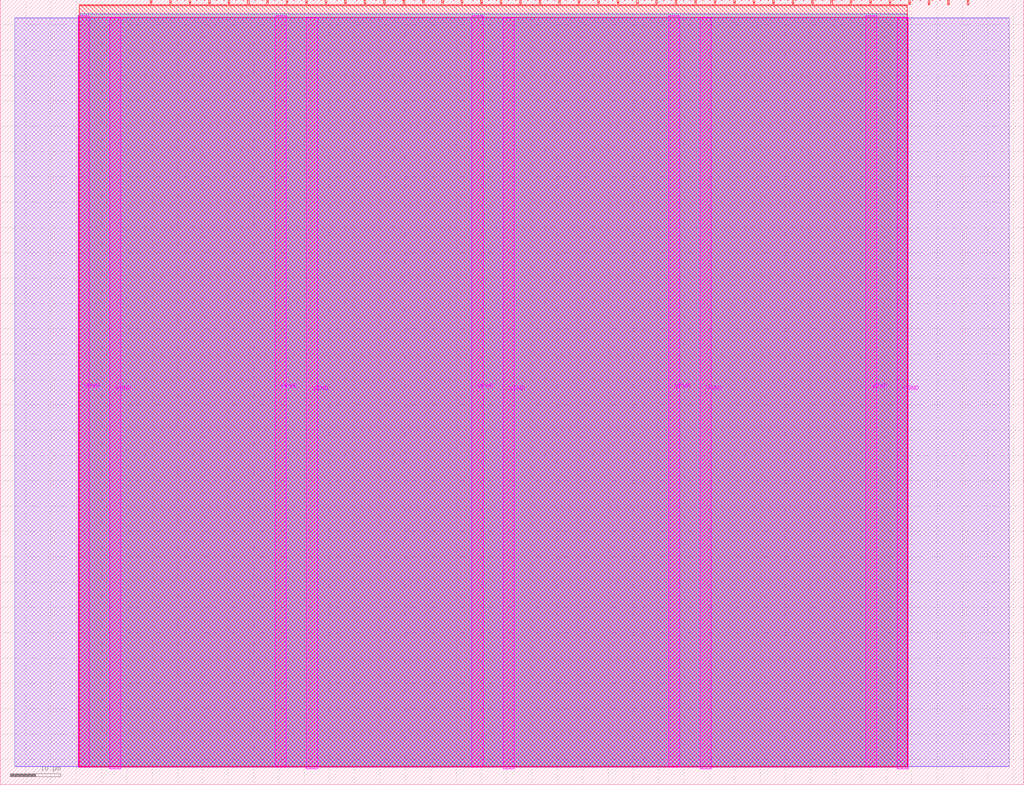
<source format=lef>
VERSION 5.7 ;
  NOWIREEXTENSIONATPIN ON ;
  DIVIDERCHAR "/" ;
  BUSBITCHARS "[]" ;
MACRO tt_um_wokwi_455291642603080705
  CLASS BLOCK ;
  FOREIGN tt_um_wokwi_455291642603080705 ;
  ORIGIN 0.000 0.000 ;
  SIZE 202.080 BY 154.980 ;
  PIN VGND
    DIRECTION INOUT ;
    USE GROUND ;
    PORT
      LAYER TopMetal1 ;
        RECT 21.580 3.150 23.780 151.420 ;
    END
    PORT
      LAYER TopMetal1 ;
        RECT 60.450 3.150 62.650 151.420 ;
    END
    PORT
      LAYER TopMetal1 ;
        RECT 99.320 3.150 101.520 151.420 ;
    END
    PORT
      LAYER TopMetal1 ;
        RECT 138.190 3.150 140.390 151.420 ;
    END
    PORT
      LAYER TopMetal1 ;
        RECT 177.060 3.150 179.260 151.420 ;
    END
  END VGND
  PIN VPWR
    DIRECTION INOUT ;
    USE POWER ;
    PORT
      LAYER TopMetal1 ;
        RECT 15.380 3.560 17.580 151.830 ;
    END
    PORT
      LAYER TopMetal1 ;
        RECT 54.250 3.560 56.450 151.830 ;
    END
    PORT
      LAYER TopMetal1 ;
        RECT 93.120 3.560 95.320 151.830 ;
    END
    PORT
      LAYER TopMetal1 ;
        RECT 131.990 3.560 134.190 151.830 ;
    END
    PORT
      LAYER TopMetal1 ;
        RECT 170.860 3.560 173.060 151.830 ;
    END
  END VPWR
  PIN clk
    DIRECTION INPUT ;
    USE SIGNAL ;
    PORT
      LAYER Metal4 ;
        RECT 187.050 153.980 187.350 154.980 ;
    END
  END clk
  PIN ena
    DIRECTION INPUT ;
    USE SIGNAL ;
    PORT
      LAYER Metal4 ;
        RECT 190.890 153.980 191.190 154.980 ;
    END
  END ena
  PIN rst_n
    DIRECTION INPUT ;
    USE SIGNAL ;
    PORT
      LAYER Metal4 ;
        RECT 183.210 153.980 183.510 154.980 ;
    END
  END rst_n
  PIN ui_in[0]
    DIRECTION INPUT ;
    USE SIGNAL ;
    PORT
      LAYER Metal4 ;
        RECT 179.370 153.980 179.670 154.980 ;
    END
  END ui_in[0]
  PIN ui_in[1]
    DIRECTION INPUT ;
    USE SIGNAL ;
    PORT
      LAYER Metal4 ;
        RECT 175.530 153.980 175.830 154.980 ;
    END
  END ui_in[1]
  PIN ui_in[2]
    DIRECTION INPUT ;
    USE SIGNAL ;
    ANTENNAGATEAREA 0.180700 ;
    PORT
      LAYER Metal4 ;
        RECT 171.690 153.980 171.990 154.980 ;
    END
  END ui_in[2]
  PIN ui_in[3]
    DIRECTION INPUT ;
    USE SIGNAL ;
    ANTENNAGATEAREA 0.180700 ;
    PORT
      LAYER Metal4 ;
        RECT 167.850 153.980 168.150 154.980 ;
    END
  END ui_in[3]
  PIN ui_in[4]
    DIRECTION INPUT ;
    USE SIGNAL ;
    ANTENNAGATEAREA 0.180700 ;
    PORT
      LAYER Metal4 ;
        RECT 164.010 153.980 164.310 154.980 ;
    END
  END ui_in[4]
  PIN ui_in[5]
    DIRECTION INPUT ;
    USE SIGNAL ;
    PORT
      LAYER Metal4 ;
        RECT 160.170 153.980 160.470 154.980 ;
    END
  END ui_in[5]
  PIN ui_in[6]
    DIRECTION INPUT ;
    USE SIGNAL ;
    ANTENNAGATEAREA 0.180700 ;
    PORT
      LAYER Metal4 ;
        RECT 156.330 153.980 156.630 154.980 ;
    END
  END ui_in[6]
  PIN ui_in[7]
    DIRECTION INPUT ;
    USE SIGNAL ;
    PORT
      LAYER Metal4 ;
        RECT 152.490 153.980 152.790 154.980 ;
    END
  END ui_in[7]
  PIN uio_in[0]
    DIRECTION INPUT ;
    USE SIGNAL ;
    PORT
      LAYER Metal4 ;
        RECT 148.650 153.980 148.950 154.980 ;
    END
  END uio_in[0]
  PIN uio_in[1]
    DIRECTION INPUT ;
    USE SIGNAL ;
    PORT
      LAYER Metal4 ;
        RECT 144.810 153.980 145.110 154.980 ;
    END
  END uio_in[1]
  PIN uio_in[2]
    DIRECTION INPUT ;
    USE SIGNAL ;
    PORT
      LAYER Metal4 ;
        RECT 140.970 153.980 141.270 154.980 ;
    END
  END uio_in[2]
  PIN uio_in[3]
    DIRECTION INPUT ;
    USE SIGNAL ;
    PORT
      LAYER Metal4 ;
        RECT 137.130 153.980 137.430 154.980 ;
    END
  END uio_in[3]
  PIN uio_in[4]
    DIRECTION INPUT ;
    USE SIGNAL ;
    PORT
      LAYER Metal4 ;
        RECT 133.290 153.980 133.590 154.980 ;
    END
  END uio_in[4]
  PIN uio_in[5]
    DIRECTION INPUT ;
    USE SIGNAL ;
    PORT
      LAYER Metal4 ;
        RECT 129.450 153.980 129.750 154.980 ;
    END
  END uio_in[5]
  PIN uio_in[6]
    DIRECTION INPUT ;
    USE SIGNAL ;
    PORT
      LAYER Metal4 ;
        RECT 125.610 153.980 125.910 154.980 ;
    END
  END uio_in[6]
  PIN uio_in[7]
    DIRECTION INPUT ;
    USE SIGNAL ;
    PORT
      LAYER Metal4 ;
        RECT 121.770 153.980 122.070 154.980 ;
    END
  END uio_in[7]
  PIN uio_oe[0]
    DIRECTION OUTPUT ;
    USE SIGNAL ;
    ANTENNADIFFAREA 0.299200 ;
    PORT
      LAYER Metal4 ;
        RECT 56.490 153.980 56.790 154.980 ;
    END
  END uio_oe[0]
  PIN uio_oe[1]
    DIRECTION OUTPUT ;
    USE SIGNAL ;
    ANTENNADIFFAREA 0.299200 ;
    PORT
      LAYER Metal4 ;
        RECT 52.650 153.980 52.950 154.980 ;
    END
  END uio_oe[1]
  PIN uio_oe[2]
    DIRECTION OUTPUT ;
    USE SIGNAL ;
    ANTENNADIFFAREA 0.299200 ;
    PORT
      LAYER Metal4 ;
        RECT 48.810 153.980 49.110 154.980 ;
    END
  END uio_oe[2]
  PIN uio_oe[3]
    DIRECTION OUTPUT ;
    USE SIGNAL ;
    ANTENNADIFFAREA 0.299200 ;
    PORT
      LAYER Metal4 ;
        RECT 44.970 153.980 45.270 154.980 ;
    END
  END uio_oe[3]
  PIN uio_oe[4]
    DIRECTION OUTPUT ;
    USE SIGNAL ;
    ANTENNADIFFAREA 0.299200 ;
    PORT
      LAYER Metal4 ;
        RECT 41.130 153.980 41.430 154.980 ;
    END
  END uio_oe[4]
  PIN uio_oe[5]
    DIRECTION OUTPUT ;
    USE SIGNAL ;
    ANTENNADIFFAREA 0.299200 ;
    PORT
      LAYER Metal4 ;
        RECT 37.290 153.980 37.590 154.980 ;
    END
  END uio_oe[5]
  PIN uio_oe[6]
    DIRECTION OUTPUT ;
    USE SIGNAL ;
    ANTENNADIFFAREA 0.299200 ;
    PORT
      LAYER Metal4 ;
        RECT 33.450 153.980 33.750 154.980 ;
    END
  END uio_oe[6]
  PIN uio_oe[7]
    DIRECTION OUTPUT ;
    USE SIGNAL ;
    ANTENNADIFFAREA 0.299200 ;
    PORT
      LAYER Metal4 ;
        RECT 29.610 153.980 29.910 154.980 ;
    END
  END uio_oe[7]
  PIN uio_out[0]
    DIRECTION OUTPUT ;
    USE SIGNAL ;
    ANTENNADIFFAREA 0.299200 ;
    PORT
      LAYER Metal4 ;
        RECT 87.210 153.980 87.510 154.980 ;
    END
  END uio_out[0]
  PIN uio_out[1]
    DIRECTION OUTPUT ;
    USE SIGNAL ;
    ANTENNADIFFAREA 0.299200 ;
    PORT
      LAYER Metal4 ;
        RECT 83.370 153.980 83.670 154.980 ;
    END
  END uio_out[1]
  PIN uio_out[2]
    DIRECTION OUTPUT ;
    USE SIGNAL ;
    ANTENNADIFFAREA 0.299200 ;
    PORT
      LAYER Metal4 ;
        RECT 79.530 153.980 79.830 154.980 ;
    END
  END uio_out[2]
  PIN uio_out[3]
    DIRECTION OUTPUT ;
    USE SIGNAL ;
    ANTENNADIFFAREA 0.299200 ;
    PORT
      LAYER Metal4 ;
        RECT 75.690 153.980 75.990 154.980 ;
    END
  END uio_out[3]
  PIN uio_out[4]
    DIRECTION OUTPUT ;
    USE SIGNAL ;
    ANTENNADIFFAREA 0.299200 ;
    PORT
      LAYER Metal4 ;
        RECT 71.850 153.980 72.150 154.980 ;
    END
  END uio_out[4]
  PIN uio_out[5]
    DIRECTION OUTPUT ;
    USE SIGNAL ;
    ANTENNADIFFAREA 0.299200 ;
    PORT
      LAYER Metal4 ;
        RECT 68.010 153.980 68.310 154.980 ;
    END
  END uio_out[5]
  PIN uio_out[6]
    DIRECTION OUTPUT ;
    USE SIGNAL ;
    ANTENNADIFFAREA 0.299200 ;
    PORT
      LAYER Metal4 ;
        RECT 64.170 153.980 64.470 154.980 ;
    END
  END uio_out[6]
  PIN uio_out[7]
    DIRECTION OUTPUT ;
    USE SIGNAL ;
    ANTENNADIFFAREA 0.299200 ;
    PORT
      LAYER Metal4 ;
        RECT 60.330 153.980 60.630 154.980 ;
    END
  END uio_out[7]
  PIN uo_out[0]
    DIRECTION OUTPUT ;
    USE SIGNAL ;
    ANTENNADIFFAREA 0.299200 ;
    PORT
      LAYER Metal4 ;
        RECT 117.930 153.980 118.230 154.980 ;
    END
  END uo_out[0]
  PIN uo_out[1]
    DIRECTION OUTPUT ;
    USE SIGNAL ;
    ANTENNADIFFAREA 0.299200 ;
    PORT
      LAYER Metal4 ;
        RECT 114.090 153.980 114.390 154.980 ;
    END
  END uo_out[1]
  PIN uo_out[2]
    DIRECTION OUTPUT ;
    USE SIGNAL ;
    ANTENNADIFFAREA 0.299200 ;
    PORT
      LAYER Metal4 ;
        RECT 110.250 153.980 110.550 154.980 ;
    END
  END uo_out[2]
  PIN uo_out[3]
    DIRECTION OUTPUT ;
    USE SIGNAL ;
    ANTENNADIFFAREA 0.708600 ;
    PORT
      LAYER Metal4 ;
        RECT 106.410 153.980 106.710 154.980 ;
    END
  END uo_out[3]
  PIN uo_out[4]
    DIRECTION OUTPUT ;
    USE SIGNAL ;
    ANTENNADIFFAREA 0.299200 ;
    PORT
      LAYER Metal4 ;
        RECT 102.570 153.980 102.870 154.980 ;
    END
  END uo_out[4]
  PIN uo_out[5]
    DIRECTION OUTPUT ;
    USE SIGNAL ;
    ANTENNADIFFAREA 0.299200 ;
    PORT
      LAYER Metal4 ;
        RECT 98.730 153.980 99.030 154.980 ;
    END
  END uo_out[5]
  PIN uo_out[6]
    DIRECTION OUTPUT ;
    USE SIGNAL ;
    ANTENNADIFFAREA 0.299200 ;
    PORT
      LAYER Metal4 ;
        RECT 94.890 153.980 95.190 154.980 ;
    END
  END uo_out[6]
  PIN uo_out[7]
    DIRECTION OUTPUT ;
    USE SIGNAL ;
    ANTENNADIFFAREA 0.708600 ;
    PORT
      LAYER Metal4 ;
        RECT 91.050 153.980 91.350 154.980 ;
    END
  END uo_out[7]
  OBS
      LAYER GatPoly ;
        RECT 2.880 3.630 199.200 151.350 ;
      LAYER Metal1 ;
        RECT 2.880 3.560 199.200 151.420 ;
      LAYER Metal2 ;
        RECT 15.560 3.635 179.080 152.185 ;
      LAYER Metal3 ;
        RECT 15.515 3.680 179.125 152.145 ;
      LAYER Metal4 ;
        RECT 15.560 153.770 29.400 153.980 ;
        RECT 30.120 153.770 33.240 153.980 ;
        RECT 33.960 153.770 37.080 153.980 ;
        RECT 37.800 153.770 40.920 153.980 ;
        RECT 41.640 153.770 44.760 153.980 ;
        RECT 45.480 153.770 48.600 153.980 ;
        RECT 49.320 153.770 52.440 153.980 ;
        RECT 53.160 153.770 56.280 153.980 ;
        RECT 57.000 153.770 60.120 153.980 ;
        RECT 60.840 153.770 63.960 153.980 ;
        RECT 64.680 153.770 67.800 153.980 ;
        RECT 68.520 153.770 71.640 153.980 ;
        RECT 72.360 153.770 75.480 153.980 ;
        RECT 76.200 153.770 79.320 153.980 ;
        RECT 80.040 153.770 83.160 153.980 ;
        RECT 83.880 153.770 87.000 153.980 ;
        RECT 87.720 153.770 90.840 153.980 ;
        RECT 91.560 153.770 94.680 153.980 ;
        RECT 95.400 153.770 98.520 153.980 ;
        RECT 99.240 153.770 102.360 153.980 ;
        RECT 103.080 153.770 106.200 153.980 ;
        RECT 106.920 153.770 110.040 153.980 ;
        RECT 110.760 153.770 113.880 153.980 ;
        RECT 114.600 153.770 117.720 153.980 ;
        RECT 118.440 153.770 121.560 153.980 ;
        RECT 122.280 153.770 125.400 153.980 ;
        RECT 126.120 153.770 129.240 153.980 ;
        RECT 129.960 153.770 133.080 153.980 ;
        RECT 133.800 153.770 136.920 153.980 ;
        RECT 137.640 153.770 140.760 153.980 ;
        RECT 141.480 153.770 144.600 153.980 ;
        RECT 145.320 153.770 148.440 153.980 ;
        RECT 149.160 153.770 152.280 153.980 ;
        RECT 153.000 153.770 156.120 153.980 ;
        RECT 156.840 153.770 159.960 153.980 ;
        RECT 160.680 153.770 163.800 153.980 ;
        RECT 164.520 153.770 167.640 153.980 ;
        RECT 168.360 153.770 171.480 153.980 ;
        RECT 172.200 153.770 175.320 153.980 ;
        RECT 176.040 153.770 179.080 153.980 ;
        RECT 15.560 3.635 179.080 153.770 ;
      LAYER Metal5 ;
        RECT 15.515 3.470 179.125 151.510 ;
  END
END tt_um_wokwi_455291642603080705
END LIBRARY


</source>
